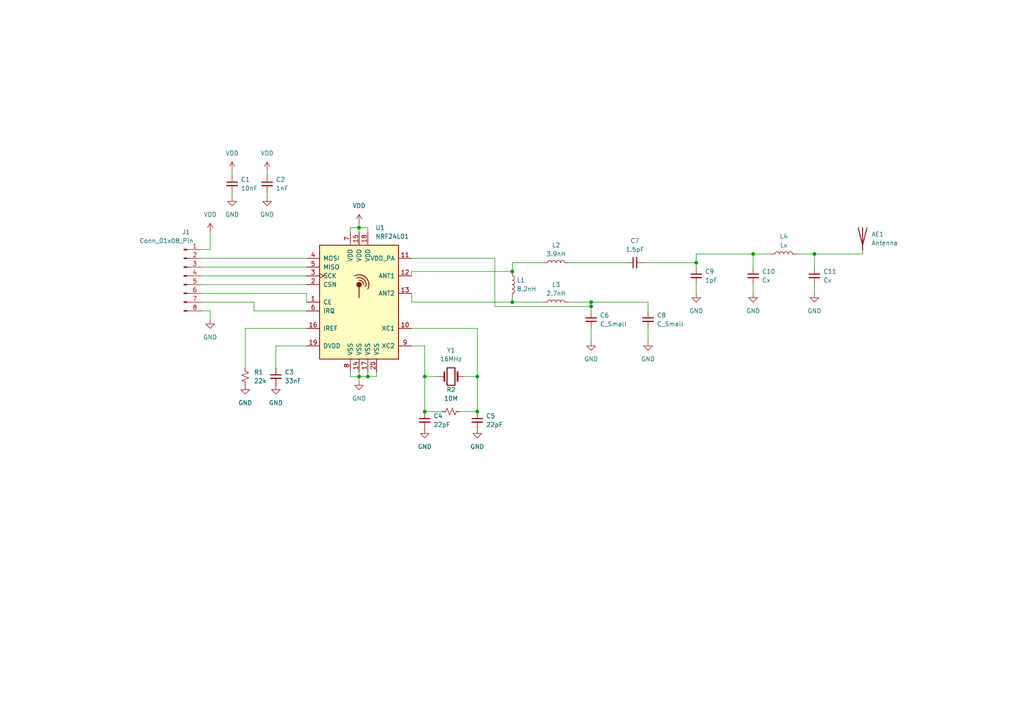
<source format=kicad_sch>
(kicad_sch (version 20230121) (generator eeschema)

  (uuid 26e9508e-9c41-4ef2-be60-6dee76356efa)

  (paper "A4")

  (lib_symbols
    (symbol "Connector:Conn_01x08_Pin" (pin_names (offset 1.016) hide) (in_bom yes) (on_board yes)
      (property "Reference" "J" (at 0 10.16 0)
        (effects (font (size 1.27 1.27)))
      )
      (property "Value" "Conn_01x08_Pin" (at 0 -12.7 0)
        (effects (font (size 1.27 1.27)))
      )
      (property "Footprint" "" (at 0 0 0)
        (effects (font (size 1.27 1.27)) hide)
      )
      (property "Datasheet" "~" (at 0 0 0)
        (effects (font (size 1.27 1.27)) hide)
      )
      (property "ki_locked" "" (at 0 0 0)
        (effects (font (size 1.27 1.27)))
      )
      (property "ki_keywords" "connector" (at 0 0 0)
        (effects (font (size 1.27 1.27)) hide)
      )
      (property "ki_description" "Generic connector, single row, 01x08, script generated" (at 0 0 0)
        (effects (font (size 1.27 1.27)) hide)
      )
      (property "ki_fp_filters" "Connector*:*_1x??_*" (at 0 0 0)
        (effects (font (size 1.27 1.27)) hide)
      )
      (symbol "Conn_01x08_Pin_1_1"
        (polyline
          (pts
            (xy 1.27 -10.16)
            (xy 0.8636 -10.16)
          )
          (stroke (width 0.1524) (type default))
          (fill (type none))
        )
        (polyline
          (pts
            (xy 1.27 -7.62)
            (xy 0.8636 -7.62)
          )
          (stroke (width 0.1524) (type default))
          (fill (type none))
        )
        (polyline
          (pts
            (xy 1.27 -5.08)
            (xy 0.8636 -5.08)
          )
          (stroke (width 0.1524) (type default))
          (fill (type none))
        )
        (polyline
          (pts
            (xy 1.27 -2.54)
            (xy 0.8636 -2.54)
          )
          (stroke (width 0.1524) (type default))
          (fill (type none))
        )
        (polyline
          (pts
            (xy 1.27 0)
            (xy 0.8636 0)
          )
          (stroke (width 0.1524) (type default))
          (fill (type none))
        )
        (polyline
          (pts
            (xy 1.27 2.54)
            (xy 0.8636 2.54)
          )
          (stroke (width 0.1524) (type default))
          (fill (type none))
        )
        (polyline
          (pts
            (xy 1.27 5.08)
            (xy 0.8636 5.08)
          )
          (stroke (width 0.1524) (type default))
          (fill (type none))
        )
        (polyline
          (pts
            (xy 1.27 7.62)
            (xy 0.8636 7.62)
          )
          (stroke (width 0.1524) (type default))
          (fill (type none))
        )
        (rectangle (start 0.8636 -10.033) (end 0 -10.287)
          (stroke (width 0.1524) (type default))
          (fill (type outline))
        )
        (rectangle (start 0.8636 -7.493) (end 0 -7.747)
          (stroke (width 0.1524) (type default))
          (fill (type outline))
        )
        (rectangle (start 0.8636 -4.953) (end 0 -5.207)
          (stroke (width 0.1524) (type default))
          (fill (type outline))
        )
        (rectangle (start 0.8636 -2.413) (end 0 -2.667)
          (stroke (width 0.1524) (type default))
          (fill (type outline))
        )
        (rectangle (start 0.8636 0.127) (end 0 -0.127)
          (stroke (width 0.1524) (type default))
          (fill (type outline))
        )
        (rectangle (start 0.8636 2.667) (end 0 2.413)
          (stroke (width 0.1524) (type default))
          (fill (type outline))
        )
        (rectangle (start 0.8636 5.207) (end 0 4.953)
          (stroke (width 0.1524) (type default))
          (fill (type outline))
        )
        (rectangle (start 0.8636 7.747) (end 0 7.493)
          (stroke (width 0.1524) (type default))
          (fill (type outline))
        )
        (pin passive line (at 5.08 7.62 180) (length 3.81)
          (name "Pin_1" (effects (font (size 1.27 1.27))))
          (number "1" (effects (font (size 1.27 1.27))))
        )
        (pin passive line (at 5.08 5.08 180) (length 3.81)
          (name "Pin_2" (effects (font (size 1.27 1.27))))
          (number "2" (effects (font (size 1.27 1.27))))
        )
        (pin passive line (at 5.08 2.54 180) (length 3.81)
          (name "Pin_3" (effects (font (size 1.27 1.27))))
          (number "3" (effects (font (size 1.27 1.27))))
        )
        (pin passive line (at 5.08 0 180) (length 3.81)
          (name "Pin_4" (effects (font (size 1.27 1.27))))
          (number "4" (effects (font (size 1.27 1.27))))
        )
        (pin passive line (at 5.08 -2.54 180) (length 3.81)
          (name "Pin_5" (effects (font (size 1.27 1.27))))
          (number "5" (effects (font (size 1.27 1.27))))
        )
        (pin passive line (at 5.08 -5.08 180) (length 3.81)
          (name "Pin_6" (effects (font (size 1.27 1.27))))
          (number "6" (effects (font (size 1.27 1.27))))
        )
        (pin passive line (at 5.08 -7.62 180) (length 3.81)
          (name "Pin_7" (effects (font (size 1.27 1.27))))
          (number "7" (effects (font (size 1.27 1.27))))
        )
        (pin passive line (at 5.08 -10.16 180) (length 3.81)
          (name "Pin_8" (effects (font (size 1.27 1.27))))
          (number "8" (effects (font (size 1.27 1.27))))
        )
      )
    )
    (symbol "Device:Antenna" (pin_numbers hide) (pin_names (offset 1.016) hide) (in_bom yes) (on_board yes)
      (property "Reference" "AE" (at -1.905 1.905 0)
        (effects (font (size 1.27 1.27)) (justify right))
      )
      (property "Value" "Antenna" (at -1.905 0 0)
        (effects (font (size 1.27 1.27)) (justify right))
      )
      (property "Footprint" "" (at 0 0 0)
        (effects (font (size 1.27 1.27)) hide)
      )
      (property "Datasheet" "~" (at 0 0 0)
        (effects (font (size 1.27 1.27)) hide)
      )
      (property "ki_keywords" "antenna" (at 0 0 0)
        (effects (font (size 1.27 1.27)) hide)
      )
      (property "ki_description" "Antenna" (at 0 0 0)
        (effects (font (size 1.27 1.27)) hide)
      )
      (symbol "Antenna_0_1"
        (polyline
          (pts
            (xy 0 2.54)
            (xy 0 -3.81)
          )
          (stroke (width 0.254) (type default))
          (fill (type none))
        )
        (polyline
          (pts
            (xy 1.27 2.54)
            (xy 0 -2.54)
            (xy -1.27 2.54)
          )
          (stroke (width 0.254) (type default))
          (fill (type none))
        )
      )
      (symbol "Antenna_1_1"
        (pin input line (at 0 -5.08 90) (length 2.54)
          (name "A" (effects (font (size 1.27 1.27))))
          (number "1" (effects (font (size 1.27 1.27))))
        )
      )
    )
    (symbol "Device:C_Small" (pin_numbers hide) (pin_names (offset 0.254) hide) (in_bom yes) (on_board yes)
      (property "Reference" "C" (at 0.254 1.778 0)
        (effects (font (size 1.27 1.27)) (justify left))
      )
      (property "Value" "C_Small" (at 0.254 -2.032 0)
        (effects (font (size 1.27 1.27)) (justify left))
      )
      (property "Footprint" "" (at 0 0 0)
        (effects (font (size 1.27 1.27)) hide)
      )
      (property "Datasheet" "~" (at 0 0 0)
        (effects (font (size 1.27 1.27)) hide)
      )
      (property "ki_keywords" "capacitor cap" (at 0 0 0)
        (effects (font (size 1.27 1.27)) hide)
      )
      (property "ki_description" "Unpolarized capacitor, small symbol" (at 0 0 0)
        (effects (font (size 1.27 1.27)) hide)
      )
      (property "ki_fp_filters" "C_*" (at 0 0 0)
        (effects (font (size 1.27 1.27)) hide)
      )
      (symbol "C_Small_0_1"
        (polyline
          (pts
            (xy -1.524 -0.508)
            (xy 1.524 -0.508)
          )
          (stroke (width 0.3302) (type default))
          (fill (type none))
        )
        (polyline
          (pts
            (xy -1.524 0.508)
            (xy 1.524 0.508)
          )
          (stroke (width 0.3048) (type default))
          (fill (type none))
        )
      )
      (symbol "C_Small_1_1"
        (pin passive line (at 0 2.54 270) (length 2.032)
          (name "~" (effects (font (size 1.27 1.27))))
          (number "1" (effects (font (size 1.27 1.27))))
        )
        (pin passive line (at 0 -2.54 90) (length 2.032)
          (name "~" (effects (font (size 1.27 1.27))))
          (number "2" (effects (font (size 1.27 1.27))))
        )
      )
    )
    (symbol "Device:Crystal" (pin_numbers hide) (pin_names (offset 1.016) hide) (in_bom yes) (on_board yes)
      (property "Reference" "Y" (at 0 3.81 0)
        (effects (font (size 1.27 1.27)))
      )
      (property "Value" "Crystal" (at 0 -3.81 0)
        (effects (font (size 1.27 1.27)))
      )
      (property "Footprint" "" (at 0 0 0)
        (effects (font (size 1.27 1.27)) hide)
      )
      (property "Datasheet" "~" (at 0 0 0)
        (effects (font (size 1.27 1.27)) hide)
      )
      (property "ki_keywords" "quartz ceramic resonator oscillator" (at 0 0 0)
        (effects (font (size 1.27 1.27)) hide)
      )
      (property "ki_description" "Two pin crystal" (at 0 0 0)
        (effects (font (size 1.27 1.27)) hide)
      )
      (property "ki_fp_filters" "Crystal*" (at 0 0 0)
        (effects (font (size 1.27 1.27)) hide)
      )
      (symbol "Crystal_0_1"
        (rectangle (start -1.143 2.54) (end 1.143 -2.54)
          (stroke (width 0.3048) (type default))
          (fill (type none))
        )
        (polyline
          (pts
            (xy -2.54 0)
            (xy -1.905 0)
          )
          (stroke (width 0) (type default))
          (fill (type none))
        )
        (polyline
          (pts
            (xy -1.905 -1.27)
            (xy -1.905 1.27)
          )
          (stroke (width 0.508) (type default))
          (fill (type none))
        )
        (polyline
          (pts
            (xy 1.905 -1.27)
            (xy 1.905 1.27)
          )
          (stroke (width 0.508) (type default))
          (fill (type none))
        )
        (polyline
          (pts
            (xy 2.54 0)
            (xy 1.905 0)
          )
          (stroke (width 0) (type default))
          (fill (type none))
        )
      )
      (symbol "Crystal_1_1"
        (pin passive line (at -3.81 0 0) (length 1.27)
          (name "1" (effects (font (size 1.27 1.27))))
          (number "1" (effects (font (size 1.27 1.27))))
        )
        (pin passive line (at 3.81 0 180) (length 1.27)
          (name "2" (effects (font (size 1.27 1.27))))
          (number "2" (effects (font (size 1.27 1.27))))
        )
      )
    )
    (symbol "Device:L" (pin_numbers hide) (pin_names (offset 1.016) hide) (in_bom yes) (on_board yes)
      (property "Reference" "L" (at -1.27 0 90)
        (effects (font (size 1.27 1.27)))
      )
      (property "Value" "L" (at 1.905 0 90)
        (effects (font (size 1.27 1.27)))
      )
      (property "Footprint" "" (at 0 0 0)
        (effects (font (size 1.27 1.27)) hide)
      )
      (property "Datasheet" "~" (at 0 0 0)
        (effects (font (size 1.27 1.27)) hide)
      )
      (property "ki_keywords" "inductor choke coil reactor magnetic" (at 0 0 0)
        (effects (font (size 1.27 1.27)) hide)
      )
      (property "ki_description" "Inductor" (at 0 0 0)
        (effects (font (size 1.27 1.27)) hide)
      )
      (property "ki_fp_filters" "Choke_* *Coil* Inductor_* L_*" (at 0 0 0)
        (effects (font (size 1.27 1.27)) hide)
      )
      (symbol "L_0_1"
        (arc (start 0 -2.54) (mid 0.6323 -1.905) (end 0 -1.27)
          (stroke (width 0) (type default))
          (fill (type none))
        )
        (arc (start 0 -1.27) (mid 0.6323 -0.635) (end 0 0)
          (stroke (width 0) (type default))
          (fill (type none))
        )
        (arc (start 0 0) (mid 0.6323 0.635) (end 0 1.27)
          (stroke (width 0) (type default))
          (fill (type none))
        )
        (arc (start 0 1.27) (mid 0.6323 1.905) (end 0 2.54)
          (stroke (width 0) (type default))
          (fill (type none))
        )
      )
      (symbol "L_1_1"
        (pin passive line (at 0 3.81 270) (length 1.27)
          (name "1" (effects (font (size 1.27 1.27))))
          (number "1" (effects (font (size 1.27 1.27))))
        )
        (pin passive line (at 0 -3.81 90) (length 1.27)
          (name "2" (effects (font (size 1.27 1.27))))
          (number "2" (effects (font (size 1.27 1.27))))
        )
      )
    )
    (symbol "Device:R_Small_US" (pin_numbers hide) (pin_names (offset 0.254) hide) (in_bom yes) (on_board yes)
      (property "Reference" "R" (at 0.762 0.508 0)
        (effects (font (size 1.27 1.27)) (justify left))
      )
      (property "Value" "R_Small_US" (at 0.762 -1.016 0)
        (effects (font (size 1.27 1.27)) (justify left))
      )
      (property "Footprint" "" (at 0 0 0)
        (effects (font (size 1.27 1.27)) hide)
      )
      (property "Datasheet" "~" (at 0 0 0)
        (effects (font (size 1.27 1.27)) hide)
      )
      (property "ki_keywords" "r resistor" (at 0 0 0)
        (effects (font (size 1.27 1.27)) hide)
      )
      (property "ki_description" "Resistor, small US symbol" (at 0 0 0)
        (effects (font (size 1.27 1.27)) hide)
      )
      (property "ki_fp_filters" "R_*" (at 0 0 0)
        (effects (font (size 1.27 1.27)) hide)
      )
      (symbol "R_Small_US_1_1"
        (polyline
          (pts
            (xy 0 0)
            (xy 1.016 -0.381)
            (xy 0 -0.762)
            (xy -1.016 -1.143)
            (xy 0 -1.524)
          )
          (stroke (width 0) (type default))
          (fill (type none))
        )
        (polyline
          (pts
            (xy 0 1.524)
            (xy 1.016 1.143)
            (xy 0 0.762)
            (xy -1.016 0.381)
            (xy 0 0)
          )
          (stroke (width 0) (type default))
          (fill (type none))
        )
        (pin passive line (at 0 2.54 270) (length 1.016)
          (name "~" (effects (font (size 1.27 1.27))))
          (number "1" (effects (font (size 1.27 1.27))))
        )
        (pin passive line (at 0 -2.54 90) (length 1.016)
          (name "~" (effects (font (size 1.27 1.27))))
          (number "2" (effects (font (size 1.27 1.27))))
        )
      )
    )
    (symbol "RF:NRF24L01" (pin_names (offset 1.016)) (in_bom yes) (on_board yes)
      (property "Reference" "U" (at -11.43 17.78 0)
        (effects (font (size 1.27 1.27)) (justify left))
      )
      (property "Value" "NRF24L01" (at 5.08 17.78 0)
        (effects (font (size 1.27 1.27)) (justify left))
      )
      (property "Footprint" "Package_DFN_QFN:QFN-20-1EP_4x4mm_P0.5mm_EP2.5x2.5mm" (at 5.08 20.32 0)
        (effects (font (size 1.27 1.27) italic) (justify left) hide)
      )
      (property "Datasheet" "http://www.nordicsemi.com/eng/content/download/2730/34105/file/nRF24L01_Product_Specification_v2_0.pdf" (at 0 2.54 0)
        (effects (font (size 1.27 1.27)) hide)
      )
      (property "ki_keywords" "Low Power RF Transceiver" (at 0 0 0)
        (effects (font (size 1.27 1.27)) hide)
      )
      (property "ki_description" "Ultra low power 2.4GHz RF Transceiver, QFN-20" (at 0 0 0)
        (effects (font (size 1.27 1.27)) hide)
      )
      (property "ki_fp_filters" "QFN*4x4*0.5mm*" (at 0 0 0)
        (effects (font (size 1.27 1.27)) hide)
      )
      (symbol "NRF24L01_0_1"
        (rectangle (start -11.43 16.51) (end 11.43 -16.51)
          (stroke (width 0.254) (type default))
          (fill (type background))
        )
        (polyline
          (pts
            (xy 0 4.445)
            (xy 0 1.27)
          )
          (stroke (width 0.254) (type default))
          (fill (type none))
        )
        (circle (center 0 5.08) (radius 0.635)
          (stroke (width 0.254) (type default))
          (fill (type outline))
        )
        (arc (start 1.27 5.08) (mid 0.9071 5.9946) (end 0 6.35)
          (stroke (width 0.254) (type default))
          (fill (type none))
        )
        (arc (start 1.905 4.445) (mid 1.4313 6.5254) (end -0.635 6.985)
          (stroke (width 0.254) (type default))
          (fill (type none))
        )
        (arc (start 2.54 3.81) (mid 2.008 7.088) (end -1.27 7.62)
          (stroke (width 0.254) (type default))
          (fill (type none))
        )
        (rectangle (start 11.43 -13.97) (end 11.43 -13.97)
          (stroke (width 0) (type default))
          (fill (type none))
        )
      )
      (symbol "NRF24L01_1_1"
        (pin input line (at -15.24 0 0) (length 3.81)
          (name "CE" (effects (font (size 1.27 1.27))))
          (number "1" (effects (font (size 1.27 1.27))))
        )
        (pin passive line (at 15.24 -7.62 180) (length 3.81)
          (name "XC1" (effects (font (size 1.27 1.27))))
          (number "10" (effects (font (size 1.27 1.27))))
        )
        (pin power_out line (at 15.24 12.7 180) (length 3.81)
          (name "VDD_PA" (effects (font (size 1.27 1.27))))
          (number "11" (effects (font (size 1.27 1.27))))
        )
        (pin passive line (at 15.24 7.62 180) (length 3.81)
          (name "ANT1" (effects (font (size 1.27 1.27))))
          (number "12" (effects (font (size 1.27 1.27))))
        )
        (pin passive line (at 15.24 2.54 180) (length 3.81)
          (name "ANT2" (effects (font (size 1.27 1.27))))
          (number "13" (effects (font (size 1.27 1.27))))
        )
        (pin power_in line (at 0 -20.32 90) (length 3.81)
          (name "VSS" (effects (font (size 1.27 1.27))))
          (number "14" (effects (font (size 1.27 1.27))))
        )
        (pin power_in line (at 0 20.32 270) (length 3.81)
          (name "VDD" (effects (font (size 1.27 1.27))))
          (number "15" (effects (font (size 1.27 1.27))))
        )
        (pin passive line (at -15.24 -7.62 0) (length 3.81)
          (name "IREF" (effects (font (size 1.27 1.27))))
          (number "16" (effects (font (size 1.27 1.27))))
        )
        (pin power_in line (at 2.54 -20.32 90) (length 3.81)
          (name "VSS" (effects (font (size 1.27 1.27))))
          (number "17" (effects (font (size 1.27 1.27))))
        )
        (pin power_in line (at 2.54 20.32 270) (length 3.81)
          (name "VDD" (effects (font (size 1.27 1.27))))
          (number "18" (effects (font (size 1.27 1.27))))
        )
        (pin power_out line (at -15.24 -12.7 0) (length 3.81)
          (name "DVDD" (effects (font (size 1.27 1.27))))
          (number "19" (effects (font (size 1.27 1.27))))
        )
        (pin input line (at -15.24 5.08 0) (length 3.81)
          (name "CSN" (effects (font (size 1.27 1.27))))
          (number "2" (effects (font (size 1.27 1.27))))
        )
        (pin power_in line (at 5.08 -20.32 90) (length 3.81)
          (name "VSS" (effects (font (size 1.27 1.27))))
          (number "20" (effects (font (size 1.27 1.27))))
        )
        (pin input clock (at -15.24 7.62 0) (length 3.81)
          (name "SCK" (effects (font (size 1.27 1.27))))
          (number "3" (effects (font (size 1.27 1.27))))
        )
        (pin input line (at -15.24 12.7 0) (length 3.81)
          (name "MOSI" (effects (font (size 1.27 1.27))))
          (number "4" (effects (font (size 1.27 1.27))))
        )
        (pin output line (at -15.24 10.16 0) (length 3.81)
          (name "MISO" (effects (font (size 1.27 1.27))))
          (number "5" (effects (font (size 1.27 1.27))))
        )
        (pin output line (at -15.24 -2.54 0) (length 3.81)
          (name "IRQ" (effects (font (size 1.27 1.27))))
          (number "6" (effects (font (size 1.27 1.27))))
        )
        (pin power_in line (at -2.54 20.32 270) (length 3.81)
          (name "VDD" (effects (font (size 1.27 1.27))))
          (number "7" (effects (font (size 1.27 1.27))))
        )
        (pin power_in line (at -2.54 -20.32 90) (length 3.81)
          (name "VSS" (effects (font (size 1.27 1.27))))
          (number "8" (effects (font (size 1.27 1.27))))
        )
        (pin passive line (at 15.24 -12.7 180) (length 3.81)
          (name "XC2" (effects (font (size 1.27 1.27))))
          (number "9" (effects (font (size 1.27 1.27))))
        )
      )
    )
    (symbol "power:GND" (power) (pin_names (offset 0)) (in_bom yes) (on_board yes)
      (property "Reference" "#PWR" (at 0 -6.35 0)
        (effects (font (size 1.27 1.27)) hide)
      )
      (property "Value" "GND" (at 0 -3.81 0)
        (effects (font (size 1.27 1.27)))
      )
      (property "Footprint" "" (at 0 0 0)
        (effects (font (size 1.27 1.27)) hide)
      )
      (property "Datasheet" "" (at 0 0 0)
        (effects (font (size 1.27 1.27)) hide)
      )
      (property "ki_keywords" "global power" (at 0 0 0)
        (effects (font (size 1.27 1.27)) hide)
      )
      (property "ki_description" "Power symbol creates a global label with name \"GND\" , ground" (at 0 0 0)
        (effects (font (size 1.27 1.27)) hide)
      )
      (symbol "GND_0_1"
        (polyline
          (pts
            (xy 0 0)
            (xy 0 -1.27)
            (xy 1.27 -1.27)
            (xy 0 -2.54)
            (xy -1.27 -1.27)
            (xy 0 -1.27)
          )
          (stroke (width 0) (type default))
          (fill (type none))
        )
      )
      (symbol "GND_1_1"
        (pin power_in line (at 0 0 270) (length 0) hide
          (name "GND" (effects (font (size 1.27 1.27))))
          (number "1" (effects (font (size 1.27 1.27))))
        )
      )
    )
    (symbol "power:VDD" (power) (pin_names (offset 0)) (in_bom yes) (on_board yes)
      (property "Reference" "#PWR" (at 0 -3.81 0)
        (effects (font (size 1.27 1.27)) hide)
      )
      (property "Value" "VDD" (at 0 3.81 0)
        (effects (font (size 1.27 1.27)))
      )
      (property "Footprint" "" (at 0 0 0)
        (effects (font (size 1.27 1.27)) hide)
      )
      (property "Datasheet" "" (at 0 0 0)
        (effects (font (size 1.27 1.27)) hide)
      )
      (property "ki_keywords" "global power" (at 0 0 0)
        (effects (font (size 1.27 1.27)) hide)
      )
      (property "ki_description" "Power symbol creates a global label with name \"VDD\"" (at 0 0 0)
        (effects (font (size 1.27 1.27)) hide)
      )
      (symbol "VDD_0_1"
        (polyline
          (pts
            (xy -0.762 1.27)
            (xy 0 2.54)
          )
          (stroke (width 0) (type default))
          (fill (type none))
        )
        (polyline
          (pts
            (xy 0 0)
            (xy 0 2.54)
          )
          (stroke (width 0) (type default))
          (fill (type none))
        )
        (polyline
          (pts
            (xy 0 2.54)
            (xy 0.762 1.27)
          )
          (stroke (width 0) (type default))
          (fill (type none))
        )
      )
      (symbol "VDD_1_1"
        (pin power_in line (at 0 0 90) (length 0) hide
          (name "VDD" (effects (font (size 1.27 1.27))))
          (number "1" (effects (font (size 1.27 1.27))))
        )
      )
    )
  )

  (junction (at 148.59 87.63) (diameter 0) (color 0 0 0 0)
    (uuid 1775f43a-1e53-4abc-9dd1-efd11d7b6388)
  )
  (junction (at 148.59 78.74) (diameter 0) (color 0 0 0 0)
    (uuid 335fea34-baea-45e9-9273-43fc8bf61c69)
  )
  (junction (at 218.44 73.66) (diameter 0) (color 0 0 0 0)
    (uuid 34cb7a40-a5ef-4418-840c-8c2c89fa4f2f)
  )
  (junction (at 201.93 76.2) (diameter 0) (color 0 0 0 0)
    (uuid 3e766530-d27a-4c20-b9c8-d072fe1789a4)
  )
  (junction (at 171.45 87.63) (diameter 0) (color 0 0 0 0)
    (uuid 45187359-d471-4d0b-8017-68ccf4e423e5)
  )
  (junction (at 171.45 88.9) (diameter 0) (color 0 0 0 0)
    (uuid 49ed7358-f46d-4355-a958-9ad9948e400b)
  )
  (junction (at 123.19 119.38) (diameter 0) (color 0 0 0 0)
    (uuid 7c0b8147-3904-4d1c-92cc-2a3ca62f2de5)
  )
  (junction (at 104.14 66.04) (diameter 0) (color 0 0 0 0)
    (uuid 81c5bb48-7c97-4a98-8ea3-13624dfeff0b)
  )
  (junction (at 236.22 73.66) (diameter 0) (color 0 0 0 0)
    (uuid 89cf25f8-712a-4b01-acd6-e6bd45404bd3)
  )
  (junction (at 104.14 109.22) (diameter 0) (color 0 0 0 0)
    (uuid be115d0c-346f-4b79-828c-d4a49aa66bda)
  )
  (junction (at 123.19 109.22) (diameter 0) (color 0 0 0 0)
    (uuid c9b1a1cb-70fc-443f-bb9f-67cd69c281fd)
  )
  (junction (at 138.43 119.38) (diameter 0) (color 0 0 0 0)
    (uuid da7f87b3-361e-4e27-a874-9239e092edd3)
  )
  (junction (at 138.43 109.22) (diameter 0) (color 0 0 0 0)
    (uuid e69564e6-1767-4d95-8395-6909abed8324)
  )
  (junction (at 106.68 109.22) (diameter 0) (color 0 0 0 0)
    (uuid f5df6e3e-14b4-4f1c-9f54-33e9fc9aad75)
  )

  (wire (pts (xy 106.68 67.31) (xy 106.68 66.04))
    (stroke (width 0) (type default))
    (uuid 009ae7c4-63de-4a1e-8eda-f8d7cce71691)
  )
  (wire (pts (xy 58.42 72.39) (xy 60.96 72.39))
    (stroke (width 0) (type default))
    (uuid 089984e2-67e3-4dfa-bc05-e09a2eca9b3f)
  )
  (wire (pts (xy 101.6 109.22) (xy 104.14 109.22))
    (stroke (width 0) (type default))
    (uuid 08aa783f-01fb-4874-b44e-b99bb343e362)
  )
  (wire (pts (xy 133.35 119.38) (xy 138.43 119.38))
    (stroke (width 0) (type default))
    (uuid 091bd649-491f-416b-8c00-2f7d70728f4b)
  )
  (wire (pts (xy 187.96 90.17) (xy 187.96 87.63))
    (stroke (width 0) (type default))
    (uuid 0c507f50-0a70-42d3-bde5-13f075312d7b)
  )
  (wire (pts (xy 58.42 77.47) (xy 88.9 77.47))
    (stroke (width 0) (type default))
    (uuid 0d8a9b29-dd6d-4a98-8863-ea827f231bda)
  )
  (wire (pts (xy 60.96 92.71) (xy 60.96 90.17))
    (stroke (width 0) (type default))
    (uuid 0da60633-0e38-4e7f-86ef-c6483e7204c3)
  )
  (wire (pts (xy 201.93 73.66) (xy 218.44 73.66))
    (stroke (width 0) (type default))
    (uuid 0dc7257a-1b70-4603-8c5b-52e664b241e9)
  )
  (wire (pts (xy 71.12 95.25) (xy 71.12 106.68))
    (stroke (width 0) (type default))
    (uuid 150d4209-495f-4b55-94b1-f785e1c64662)
  )
  (wire (pts (xy 119.38 87.63) (xy 148.59 87.63))
    (stroke (width 0) (type default))
    (uuid 1603a0fc-c490-44f8-ba03-81f5003b16af)
  )
  (wire (pts (xy 138.43 109.22) (xy 138.43 119.38))
    (stroke (width 0) (type default))
    (uuid 20b4ef7b-943f-41f2-ad0d-577988cf93c3)
  )
  (wire (pts (xy 58.42 74.93) (xy 88.9 74.93))
    (stroke (width 0) (type default))
    (uuid 20de52aa-0dd3-47f5-bb00-6d41e43faa35)
  )
  (wire (pts (xy 67.31 49.53) (xy 67.31 50.8))
    (stroke (width 0) (type default))
    (uuid 21c0bdf5-f8cb-4b32-9c31-2c257fa9cbed)
  )
  (wire (pts (xy 138.43 95.25) (xy 138.43 109.22))
    (stroke (width 0) (type default))
    (uuid 21e2ddd1-37f1-4256-becc-94cda2f3f368)
  )
  (wire (pts (xy 123.19 109.22) (xy 127 109.22))
    (stroke (width 0) (type default))
    (uuid 25cc0f2d-8a1c-45c7-9d6a-28adcdca41e1)
  )
  (wire (pts (xy 201.93 73.66) (xy 201.93 76.2))
    (stroke (width 0) (type default))
    (uuid 3092c27b-057d-4f99-9ea8-dc8deb1a6360)
  )
  (wire (pts (xy 60.96 90.17) (xy 58.42 90.17))
    (stroke (width 0) (type default))
    (uuid 312ddbe1-bd7c-4d8d-863b-944d54c66e1a)
  )
  (wire (pts (xy 106.68 109.22) (xy 109.22 109.22))
    (stroke (width 0) (type default))
    (uuid 3bd98e49-64f3-4878-96c1-5d545f177f1f)
  )
  (wire (pts (xy 101.6 67.31) (xy 101.6 66.04))
    (stroke (width 0) (type default))
    (uuid 3f21c180-a405-4594-9708-56ec8dac87c4)
  )
  (wire (pts (xy 119.38 95.25) (xy 138.43 95.25))
    (stroke (width 0) (type default))
    (uuid 414201df-12bd-4824-a553-5ca1b3c29b8c)
  )
  (wire (pts (xy 236.22 73.66) (xy 231.14 73.66))
    (stroke (width 0) (type default))
    (uuid 4191445e-a5f2-4702-817a-bf5e7fdbca1a)
  )
  (wire (pts (xy 88.9 100.33) (xy 80.01 100.33))
    (stroke (width 0) (type default))
    (uuid 44c24f16-0304-4fd3-b679-7eb4ffe9b8f6)
  )
  (wire (pts (xy 171.45 88.9) (xy 171.45 90.17))
    (stroke (width 0) (type default))
    (uuid 4b21f903-7d97-450a-bb52-836da953e4bb)
  )
  (wire (pts (xy 101.6 107.95) (xy 101.6 109.22))
    (stroke (width 0) (type default))
    (uuid 4d71038d-909d-4286-9b9d-cd0edb72f0cd)
  )
  (wire (pts (xy 157.48 87.63) (xy 148.59 87.63))
    (stroke (width 0) (type default))
    (uuid 4f68bc96-4e11-45c9-8ce6-9328c65f43ea)
  )
  (wire (pts (xy 104.14 66.04) (xy 104.14 67.31))
    (stroke (width 0) (type default))
    (uuid 53b0bdf9-ad30-472d-88eb-50bb243ab504)
  )
  (wire (pts (xy 109.22 109.22) (xy 109.22 107.95))
    (stroke (width 0) (type default))
    (uuid 5908665c-e4fe-44dd-8c13-d4ea9f56908a)
  )
  (wire (pts (xy 119.38 78.74) (xy 148.59 78.74))
    (stroke (width 0) (type default))
    (uuid 5d52d6e0-1423-4d0c-a23f-5fba5e7f3b55)
  )
  (wire (pts (xy 73.66 90.17) (xy 73.66 87.63))
    (stroke (width 0) (type default))
    (uuid 614d3302-62bf-477d-adf9-f3facbf7c76e)
  )
  (wire (pts (xy 77.47 49.53) (xy 77.47 50.8))
    (stroke (width 0) (type default))
    (uuid 65277683-6903-46a5-9157-d69073a7da1b)
  )
  (wire (pts (xy 123.19 100.33) (xy 123.19 109.22))
    (stroke (width 0) (type default))
    (uuid 65384dc8-14da-4709-876f-fba610503b09)
  )
  (wire (pts (xy 80.01 100.33) (xy 80.01 106.68))
    (stroke (width 0) (type default))
    (uuid 659db999-e851-48c2-b6c5-d9b38f714016)
  )
  (wire (pts (xy 187.96 87.63) (xy 171.45 87.63))
    (stroke (width 0) (type default))
    (uuid 65b4d4b2-3c71-4ab7-8e05-ccfff9f7ed3c)
  )
  (wire (pts (xy 201.93 85.09) (xy 201.93 82.55))
    (stroke (width 0) (type default))
    (uuid 6b8d3784-c3fa-416d-b729-5aa2cb4572c9)
  )
  (wire (pts (xy 201.93 76.2) (xy 201.93 77.47))
    (stroke (width 0) (type default))
    (uuid 6d43f00d-c17f-4286-bbe9-3bd8d097ac1b)
  )
  (wire (pts (xy 73.66 87.63) (xy 58.42 87.63))
    (stroke (width 0) (type default))
    (uuid 77027049-d6ec-4f05-b911-d891cf8607f0)
  )
  (wire (pts (xy 123.19 109.22) (xy 123.19 119.38))
    (stroke (width 0) (type default))
    (uuid 7810401c-2390-4416-8d07-45677a2ac9f7)
  )
  (wire (pts (xy 119.38 80.01) (xy 119.38 78.74))
    (stroke (width 0) (type default))
    (uuid 783dc13d-e739-4db3-b2ba-a3d342a126ab)
  )
  (wire (pts (xy 236.22 73.66) (xy 250.19 73.66))
    (stroke (width 0) (type default))
    (uuid 7c93fc9d-2ebe-4200-9393-d9cf28681d20)
  )
  (wire (pts (xy 143.51 88.9) (xy 171.45 88.9))
    (stroke (width 0) (type default))
    (uuid 806fa668-b840-4452-ac75-59dfa374dd54)
  )
  (wire (pts (xy 148.59 87.63) (xy 148.59 86.36))
    (stroke (width 0) (type default))
    (uuid 8275eadb-30da-4c60-ba05-6a84f6eb9563)
  )
  (wire (pts (xy 67.31 55.88) (xy 67.31 57.15))
    (stroke (width 0) (type default))
    (uuid 8a464b2a-6a65-4546-a91b-8169c473ff6c)
  )
  (wire (pts (xy 88.9 90.17) (xy 73.66 90.17))
    (stroke (width 0) (type default))
    (uuid 8a540e62-ff98-45af-bf50-25697014ad40)
  )
  (wire (pts (xy 60.96 72.39) (xy 60.96 67.31))
    (stroke (width 0) (type default))
    (uuid 8c024947-0b4a-453a-989b-bcdfb7a5d815)
  )
  (wire (pts (xy 119.38 85.09) (xy 119.38 87.63))
    (stroke (width 0) (type default))
    (uuid 8ef6f646-a22c-409d-82be-f0035cb8ef3e)
  )
  (wire (pts (xy 218.44 82.55) (xy 218.44 85.09))
    (stroke (width 0) (type default))
    (uuid 8f24a208-8674-44bc-9cbb-822a7f9aefee)
  )
  (wire (pts (xy 119.38 100.33) (xy 123.19 100.33))
    (stroke (width 0) (type default))
    (uuid 8f2c53ad-e563-49c7-a8b3-d7695be3df27)
  )
  (wire (pts (xy 171.45 87.63) (xy 171.45 88.9))
    (stroke (width 0) (type default))
    (uuid 91e92246-7ecc-4d4b-907e-f222f5090583)
  )
  (wire (pts (xy 77.47 55.88) (xy 77.47 57.15))
    (stroke (width 0) (type default))
    (uuid 93ac94e0-ca0d-4ed8-adc6-21dcae205b0c)
  )
  (wire (pts (xy 123.19 119.38) (xy 128.27 119.38))
    (stroke (width 0) (type default))
    (uuid 96c3fa89-03b9-4747-bbd3-b4a9119e2a5a)
  )
  (wire (pts (xy 171.45 99.06) (xy 171.45 95.25))
    (stroke (width 0) (type default))
    (uuid 99d24198-3fc9-4821-b735-d9d5bf145b0c)
  )
  (wire (pts (xy 157.48 76.2) (xy 148.59 76.2))
    (stroke (width 0) (type default))
    (uuid 9bdcd4ff-a10b-47c5-94a3-974ad62cea1e)
  )
  (wire (pts (xy 119.38 74.93) (xy 143.51 74.93))
    (stroke (width 0) (type default))
    (uuid 9cf5a3f9-20da-4e06-bd50-49b74d435503)
  )
  (wire (pts (xy 143.51 74.93) (xy 143.51 88.9))
    (stroke (width 0) (type default))
    (uuid 9e27c101-0e40-416f-8fb4-584c1dc04570)
  )
  (wire (pts (xy 104.14 109.22) (xy 106.68 109.22))
    (stroke (width 0) (type default))
    (uuid 9fb1260c-d97b-4120-8e0e-61bbd1eb1c00)
  )
  (wire (pts (xy 236.22 77.47) (xy 236.22 73.66))
    (stroke (width 0) (type default))
    (uuid a73c338b-9118-44da-85dd-52405c793ae6)
  )
  (wire (pts (xy 236.22 82.55) (xy 236.22 85.09))
    (stroke (width 0) (type default))
    (uuid aa2b6b29-c078-4198-8ca1-0b6bb9aa66dc)
  )
  (wire (pts (xy 134.62 109.22) (xy 138.43 109.22))
    (stroke (width 0) (type default))
    (uuid ac2c23fb-f193-44e3-9770-8b7f168eafa5)
  )
  (wire (pts (xy 104.14 64.77) (xy 104.14 66.04))
    (stroke (width 0) (type default))
    (uuid b19f745f-4df8-40c7-afda-8ad0cd2374bb)
  )
  (wire (pts (xy 106.68 107.95) (xy 106.68 109.22))
    (stroke (width 0) (type default))
    (uuid b48e15cd-3617-4307-a86d-6c2fe15f0611)
  )
  (wire (pts (xy 186.69 76.2) (xy 201.93 76.2))
    (stroke (width 0) (type default))
    (uuid b6e6e29b-edc9-49c2-a675-638a78f2f673)
  )
  (wire (pts (xy 106.68 66.04) (xy 104.14 66.04))
    (stroke (width 0) (type default))
    (uuid b92603b8-ba23-4186-8719-eaec69669765)
  )
  (wire (pts (xy 165.1 87.63) (xy 171.45 87.63))
    (stroke (width 0) (type default))
    (uuid baea4b9e-e89e-479b-ac45-fe922a6f99cf)
  )
  (wire (pts (xy 218.44 73.66) (xy 218.44 77.47))
    (stroke (width 0) (type default))
    (uuid c80d58c6-b415-47f2-8dfc-554545fd3ee5)
  )
  (wire (pts (xy 101.6 66.04) (xy 104.14 66.04))
    (stroke (width 0) (type default))
    (uuid ce5d02c5-9781-45f9-8088-085a963ca941)
  )
  (wire (pts (xy 88.9 95.25) (xy 71.12 95.25))
    (stroke (width 0) (type default))
    (uuid d0242975-a7ee-4222-953f-0f50feb9ff98)
  )
  (wire (pts (xy 104.14 107.95) (xy 104.14 109.22))
    (stroke (width 0) (type default))
    (uuid d4ddbc25-e58a-48aa-9e41-fb9c0084e77a)
  )
  (wire (pts (xy 88.9 87.63) (xy 88.9 85.09))
    (stroke (width 0) (type default))
    (uuid dc5d8dd5-d414-45de-a37f-f174eb6f6c88)
  )
  (wire (pts (xy 104.14 109.22) (xy 104.14 110.49))
    (stroke (width 0) (type default))
    (uuid dc9fcd37-916e-40cd-9be8-2bf57bad71ae)
  )
  (wire (pts (xy 218.44 73.66) (xy 223.52 73.66))
    (stroke (width 0) (type default))
    (uuid e81445fd-c6ff-4cb5-bd6f-c3aa4dbfe6f3)
  )
  (wire (pts (xy 187.96 99.06) (xy 187.96 95.25))
    (stroke (width 0) (type default))
    (uuid ecfcbf3a-fc6c-49a1-9a8f-f762d90611a4)
  )
  (wire (pts (xy 58.42 82.55) (xy 88.9 82.55))
    (stroke (width 0) (type default))
    (uuid ee84312d-f670-4eba-9a3f-378e615651d3)
  )
  (wire (pts (xy 88.9 85.09) (xy 58.42 85.09))
    (stroke (width 0) (type default))
    (uuid f19efd01-cf1c-467d-9e2f-76af2a5b8aa7)
  )
  (wire (pts (xy 165.1 76.2) (xy 181.61 76.2))
    (stroke (width 0) (type default))
    (uuid f41c980b-82f7-4071-acc7-c49f8d29e231)
  )
  (wire (pts (xy 58.42 80.01) (xy 88.9 80.01))
    (stroke (width 0) (type default))
    (uuid f4809b7b-01bd-4e84-8fcd-5965b4e4a267)
  )
  (wire (pts (xy 148.59 76.2) (xy 148.59 78.74))
    (stroke (width 0) (type default))
    (uuid fb9cbbe6-1c3c-474b-8faa-f7adb7277634)
  )

  (symbol (lib_id "Device:C_Small") (at 236.22 80.01 0) (unit 1)
    (in_bom yes) (on_board yes) (dnp no) (fields_autoplaced)
    (uuid 0051ba93-3a4e-4dbd-82c2-3f0d11faede2)
    (property "Reference" "C11" (at 238.76 78.7463 0)
      (effects (font (size 1.27 1.27)) (justify left))
    )
    (property "Value" "Cx" (at 238.76 81.2863 0)
      (effects (font (size 1.27 1.27)) (justify left))
    )
    (property "Footprint" "Capacitor_SMD:C_0402_1005Metric" (at 236.22 80.01 0)
      (effects (font (size 1.27 1.27)) hide)
    )
    (property "Datasheet" "~" (at 236.22 80.01 0)
      (effects (font (size 1.27 1.27)) hide)
    )
    (pin "2" (uuid 3b267cba-f5ac-43cf-b6f1-f23244c0eede))
    (pin "1" (uuid cb37b287-601d-480a-b548-e9c08898e967))
    (instances
      (project "Ejemplo KiCad LM"
        (path "/26e9508e-9c41-4ef2-be60-6dee76356efa"
          (reference "C11") (unit 1)
        )
      )
    )
  )

  (symbol (lib_id "power:GND") (at 60.96 92.71 0) (unit 1)
    (in_bom yes) (on_board yes) (dnp no) (fields_autoplaced)
    (uuid 00a15505-5848-4d80-9c6b-b029cd770944)
    (property "Reference" "#PWR02" (at 60.96 99.06 0)
      (effects (font (size 1.27 1.27)) hide)
    )
    (property "Value" "GND" (at 60.96 97.79 0)
      (effects (font (size 1.27 1.27)))
    )
    (property "Footprint" "" (at 60.96 92.71 0)
      (effects (font (size 1.27 1.27)) hide)
    )
    (property "Datasheet" "" (at 60.96 92.71 0)
      (effects (font (size 1.27 1.27)) hide)
    )
    (pin "1" (uuid e3d6d06a-3a99-4b5f-b34d-1fa29a6841df))
    (instances
      (project "Ejemplo KiCad LM"
        (path "/26e9508e-9c41-4ef2-be60-6dee76356efa"
          (reference "#PWR02") (unit 1)
        )
      )
    )
  )

  (symbol (lib_id "power:GND") (at 80.01 111.76 0) (unit 1)
    (in_bom yes) (on_board yes) (dnp no) (fields_autoplaced)
    (uuid 07cf48c2-a4e3-4d47-a0a9-d92518949e6f)
    (property "Reference" "#PWR08" (at 80.01 118.11 0)
      (effects (font (size 1.27 1.27)) hide)
    )
    (property "Value" "GND" (at 80.01 116.84 0)
      (effects (font (size 1.27 1.27)))
    )
    (property "Footprint" "" (at 80.01 111.76 0)
      (effects (font (size 1.27 1.27)) hide)
    )
    (property "Datasheet" "" (at 80.01 111.76 0)
      (effects (font (size 1.27 1.27)) hide)
    )
    (pin "1" (uuid eed14b66-fab9-4443-8c9c-d1b0377b7e26))
    (instances
      (project "Ejemplo KiCad LM"
        (path "/26e9508e-9c41-4ef2-be60-6dee76356efa"
          (reference "#PWR08") (unit 1)
        )
      )
    )
  )

  (symbol (lib_id "Device:C_Small") (at 201.93 80.01 0) (unit 1)
    (in_bom yes) (on_board yes) (dnp no) (fields_autoplaced)
    (uuid 09884b17-27ab-4d6d-b1e5-97b5da047eda)
    (property "Reference" "C9" (at 204.47 78.7463 0)
      (effects (font (size 1.27 1.27)) (justify left))
    )
    (property "Value" "1pF" (at 204.47 81.2863 0)
      (effects (font (size 1.27 1.27)) (justify left))
    )
    (property "Footprint" "Capacitor_SMD:C_0402_1005Metric" (at 201.93 80.01 0)
      (effects (font (size 1.27 1.27)) hide)
    )
    (property "Datasheet" "~" (at 201.93 80.01 0)
      (effects (font (size 1.27 1.27)) hide)
    )
    (pin "2" (uuid 53b41e3a-3831-4347-a99e-01e2726b3406))
    (pin "1" (uuid ff67a8ae-c1a6-4c5b-86c7-124f5038dc5f))
    (instances
      (project "Ejemplo KiCad LM"
        (path "/26e9508e-9c41-4ef2-be60-6dee76356efa"
          (reference "C9") (unit 1)
        )
      )
    )
  )

  (symbol (lib_id "power:VDD") (at 67.31 49.53 0) (unit 1)
    (in_bom yes) (on_board yes) (dnp no) (fields_autoplaced)
    (uuid 11efd3dd-a744-45b4-9dac-9a8e02846aa1)
    (property "Reference" "#PWR03" (at 67.31 53.34 0)
      (effects (font (size 1.27 1.27)) hide)
    )
    (property "Value" "VDD" (at 67.31 44.45 0)
      (effects (font (size 1.27 1.27)))
    )
    (property "Footprint" "" (at 67.31 49.53 0)
      (effects (font (size 1.27 1.27)) hide)
    )
    (property "Datasheet" "" (at 67.31 49.53 0)
      (effects (font (size 1.27 1.27)) hide)
    )
    (pin "1" (uuid b9ebf0a1-506c-4844-8471-41fe9057f739))
    (instances
      (project "Ejemplo KiCad LM"
        (path "/26e9508e-9c41-4ef2-be60-6dee76356efa"
          (reference "#PWR03") (unit 1)
        )
      )
    )
  )

  (symbol (lib_id "power:GND") (at 201.93 85.09 0) (unit 1)
    (in_bom yes) (on_board yes) (dnp no) (fields_autoplaced)
    (uuid 24f9950c-a732-4893-b557-9d7bc9b91f1f)
    (property "Reference" "#PWR015" (at 201.93 91.44 0)
      (effects (font (size 1.27 1.27)) hide)
    )
    (property "Value" "GND" (at 201.93 90.17 0)
      (effects (font (size 1.27 1.27)))
    )
    (property "Footprint" "" (at 201.93 85.09 0)
      (effects (font (size 1.27 1.27)) hide)
    )
    (property "Datasheet" "" (at 201.93 85.09 0)
      (effects (font (size 1.27 1.27)) hide)
    )
    (pin "1" (uuid 212f0617-8b26-4b84-b1bf-32343a1e3102))
    (instances
      (project "Ejemplo KiCad LM"
        (path "/26e9508e-9c41-4ef2-be60-6dee76356efa"
          (reference "#PWR015") (unit 1)
        )
      )
    )
  )

  (symbol (lib_id "power:GND") (at 236.22 85.09 0) (unit 1)
    (in_bom yes) (on_board yes) (dnp no) (fields_autoplaced)
    (uuid 26af676e-dcdc-42b1-8332-167cf7d997e0)
    (property "Reference" "#PWR017" (at 236.22 91.44 0)
      (effects (font (size 1.27 1.27)) hide)
    )
    (property "Value" "GND" (at 236.22 90.17 0)
      (effects (font (size 1.27 1.27)))
    )
    (property "Footprint" "" (at 236.22 85.09 0)
      (effects (font (size 1.27 1.27)) hide)
    )
    (property "Datasheet" "" (at 236.22 85.09 0)
      (effects (font (size 1.27 1.27)) hide)
    )
    (pin "1" (uuid de372610-7a3d-4ed2-ac29-4eb70359b237))
    (instances
      (project "Ejemplo KiCad LM"
        (path "/26e9508e-9c41-4ef2-be60-6dee76356efa"
          (reference "#PWR017") (unit 1)
        )
      )
    )
  )

  (symbol (lib_id "power:GND") (at 171.45 99.06 0) (unit 1)
    (in_bom yes) (on_board yes) (dnp no) (fields_autoplaced)
    (uuid 2711ba47-5630-4169-a22f-76920392450c)
    (property "Reference" "#PWR013" (at 171.45 105.41 0)
      (effects (font (size 1.27 1.27)) hide)
    )
    (property "Value" "GND" (at 171.45 104.14 0)
      (effects (font (size 1.27 1.27)))
    )
    (property "Footprint" "" (at 171.45 99.06 0)
      (effects (font (size 1.27 1.27)) hide)
    )
    (property "Datasheet" "" (at 171.45 99.06 0)
      (effects (font (size 1.27 1.27)) hide)
    )
    (pin "1" (uuid 656ab5a5-6531-41fc-a25b-3297c486defb))
    (instances
      (project "Ejemplo KiCad LM"
        (path "/26e9508e-9c41-4ef2-be60-6dee76356efa"
          (reference "#PWR013") (unit 1)
        )
      )
    )
  )

  (symbol (lib_id "power:GND") (at 187.96 99.06 0) (unit 1)
    (in_bom yes) (on_board yes) (dnp no) (fields_autoplaced)
    (uuid 2a07b566-92e2-4c90-87a6-61a60372bec0)
    (property "Reference" "#PWR014" (at 187.96 105.41 0)
      (effects (font (size 1.27 1.27)) hide)
    )
    (property "Value" "GND" (at 187.96 104.14 0)
      (effects (font (size 1.27 1.27)))
    )
    (property "Footprint" "" (at 187.96 99.06 0)
      (effects (font (size 1.27 1.27)) hide)
    )
    (property "Datasheet" "" (at 187.96 99.06 0)
      (effects (font (size 1.27 1.27)) hide)
    )
    (pin "1" (uuid 89301153-bbcf-4937-b3cc-2b5a05b93b76))
    (instances
      (project "Ejemplo KiCad LM"
        (path "/26e9508e-9c41-4ef2-be60-6dee76356efa"
          (reference "#PWR014") (unit 1)
        )
      )
    )
  )

  (symbol (lib_id "Device:R_Small_US") (at 71.12 109.22 0) (unit 1)
    (in_bom yes) (on_board yes) (dnp no) (fields_autoplaced)
    (uuid 2f677f48-28ad-4735-b30b-502e42312d24)
    (property "Reference" "R1" (at 73.66 107.95 0)
      (effects (font (size 1.27 1.27)) (justify left))
    )
    (property "Value" "22k" (at 73.66 110.49 0)
      (effects (font (size 1.27 1.27)) (justify left))
    )
    (property "Footprint" "Resistor_SMD:R_0402_1005Metric" (at 71.12 109.22 0)
      (effects (font (size 1.27 1.27)) hide)
    )
    (property "Datasheet" "~" (at 71.12 109.22 0)
      (effects (font (size 1.27 1.27)) hide)
    )
    (pin "2" (uuid de1c6b96-eeac-4350-8375-32725e6ae0bf))
    (pin "1" (uuid 5cdbc7c0-6407-47cb-aaa4-2cb2ccb80590))
    (instances
      (project "Ejemplo KiCad LM"
        (path "/26e9508e-9c41-4ef2-be60-6dee76356efa"
          (reference "R1") (unit 1)
        )
      )
    )
  )

  (symbol (lib_id "Device:C_Small") (at 218.44 80.01 0) (unit 1)
    (in_bom yes) (on_board yes) (dnp no) (fields_autoplaced)
    (uuid 31a5d11c-6b19-440e-930c-0b5032b44611)
    (property "Reference" "C10" (at 220.98 78.7463 0)
      (effects (font (size 1.27 1.27)) (justify left))
    )
    (property "Value" "Cx" (at 220.98 81.2863 0)
      (effects (font (size 1.27 1.27)) (justify left))
    )
    (property "Footprint" "Capacitor_SMD:C_0402_1005Metric" (at 218.44 80.01 0)
      (effects (font (size 1.27 1.27)) hide)
    )
    (property "Datasheet" "~" (at 218.44 80.01 0)
      (effects (font (size 1.27 1.27)) hide)
    )
    (pin "2" (uuid a63cd0c4-1632-41bf-9527-a692ec25b135))
    (pin "1" (uuid 5ad13a56-7362-48d9-8495-3685566e2897))
    (instances
      (project "Ejemplo KiCad LM"
        (path "/26e9508e-9c41-4ef2-be60-6dee76356efa"
          (reference "C10") (unit 1)
        )
      )
    )
  )

  (symbol (lib_id "Device:R_Small_US") (at 130.81 119.38 90) (unit 1)
    (in_bom yes) (on_board yes) (dnp no) (fields_autoplaced)
    (uuid 32bef0a7-9f91-41a4-bc45-1690c7be417f)
    (property "Reference" "R2" (at 130.81 113.03 90)
      (effects (font (size 1.27 1.27)))
    )
    (property "Value" "10M" (at 130.81 115.57 90)
      (effects (font (size 1.27 1.27)))
    )
    (property "Footprint" "Resistor_SMD:R_0402_1005Metric" (at 130.81 119.38 0)
      (effects (font (size 1.27 1.27)) hide)
    )
    (property "Datasheet" "~" (at 130.81 119.38 0)
      (effects (font (size 1.27 1.27)) hide)
    )
    (pin "2" (uuid d445c452-6d0e-4f29-ae7c-6481f64924c5))
    (pin "1" (uuid bc7bcc44-5980-4445-b35b-bcccb4768e5a))
    (instances
      (project "Ejemplo KiCad LM"
        (path "/26e9508e-9c41-4ef2-be60-6dee76356efa"
          (reference "R2") (unit 1)
        )
      )
    )
  )

  (symbol (lib_id "power:VDD") (at 104.14 64.77 0) (unit 1)
    (in_bom yes) (on_board yes) (dnp no) (fields_autoplaced)
    (uuid 3733f001-12bf-48ff-8e08-372065d592ba)
    (property "Reference" "#PWR09" (at 104.14 68.58 0)
      (effects (font (size 1.27 1.27)) hide)
    )
    (property "Value" "VDD" (at 104.14 59.69 0)
      (effects (font (size 1.27 1.27)))
    )
    (property "Footprint" "" (at 104.14 64.77 0)
      (effects (font (size 1.27 1.27)) hide)
    )
    (property "Datasheet" "" (at 104.14 64.77 0)
      (effects (font (size 1.27 1.27)) hide)
    )
    (pin "1" (uuid 4086f608-5247-4e4c-aaad-a3023d493695))
    (instances
      (project "Ejemplo KiCad LM"
        (path "/26e9508e-9c41-4ef2-be60-6dee76356efa"
          (reference "#PWR09") (unit 1)
        )
      )
    )
  )

  (symbol (lib_id "Device:C_Small") (at 67.31 53.34 0) (unit 1)
    (in_bom yes) (on_board yes) (dnp no) (fields_autoplaced)
    (uuid 38581b02-19ce-412f-93f2-39dee65a5f47)
    (property "Reference" "C1" (at 69.85 52.0763 0)
      (effects (font (size 1.27 1.27)) (justify left))
    )
    (property "Value" "10nF" (at 69.85 54.6163 0)
      (effects (font (size 1.27 1.27)) (justify left))
    )
    (property "Footprint" "Capacitor_SMD:C_0402_1005Metric" (at 67.31 53.34 0)
      (effects (font (size 1.27 1.27)) hide)
    )
    (property "Datasheet" "~" (at 67.31 53.34 0)
      (effects (font (size 1.27 1.27)) hide)
    )
    (pin "2" (uuid 6cac3e40-765e-4f52-9d6e-b3e9247a9888))
    (pin "1" (uuid 47679713-8c39-4feb-ae25-4e53d5287533))
    (instances
      (project "Ejemplo KiCad LM"
        (path "/26e9508e-9c41-4ef2-be60-6dee76356efa"
          (reference "C1") (unit 1)
        )
      )
    )
  )

  (symbol (lib_id "power:GND") (at 67.31 57.15 0) (unit 1)
    (in_bom yes) (on_board yes) (dnp no) (fields_autoplaced)
    (uuid 49ef80bc-8f36-4a83-a97f-45b5c988e55d)
    (property "Reference" "#PWR04" (at 67.31 63.5 0)
      (effects (font (size 1.27 1.27)) hide)
    )
    (property "Value" "GND" (at 67.31 62.23 0)
      (effects (font (size 1.27 1.27)))
    )
    (property "Footprint" "" (at 67.31 57.15 0)
      (effects (font (size 1.27 1.27)) hide)
    )
    (property "Datasheet" "" (at 67.31 57.15 0)
      (effects (font (size 1.27 1.27)) hide)
    )
    (pin "1" (uuid 77343d8a-bffa-4a0a-a57b-d9a0e1498613))
    (instances
      (project "Ejemplo KiCad LM"
        (path "/26e9508e-9c41-4ef2-be60-6dee76356efa"
          (reference "#PWR04") (unit 1)
        )
      )
    )
  )

  (symbol (lib_id "Device:L") (at 148.59 82.55 0) (unit 1)
    (in_bom yes) (on_board yes) (dnp no) (fields_autoplaced)
    (uuid 4d087f80-0e1f-4b45-8206-24c1e5453c6f)
    (property "Reference" "L1" (at 149.86 81.28 0)
      (effects (font (size 1.27 1.27)) (justify left))
    )
    (property "Value" "8.2nH" (at 149.86 83.82 0)
      (effects (font (size 1.27 1.27)) (justify left))
    )
    (property "Footprint" "Inductor_SMD:L_0402_1005Metric" (at 148.59 82.55 0)
      (effects (font (size 1.27 1.27)) hide)
    )
    (property "Datasheet" "~" (at 148.59 82.55 0)
      (effects (font (size 1.27 1.27)) hide)
    )
    (pin "2" (uuid d1b390b7-e211-4afc-ae65-26040274d224))
    (pin "1" (uuid 3ea02df0-5760-4fc5-9bb3-4cdc0341354c))
    (instances
      (project "Ejemplo KiCad LM"
        (path "/26e9508e-9c41-4ef2-be60-6dee76356efa"
          (reference "L1") (unit 1)
        )
      )
    )
  )

  (symbol (lib_id "power:GND") (at 104.14 110.49 0) (unit 1)
    (in_bom yes) (on_board yes) (dnp no) (fields_autoplaced)
    (uuid 5807739f-be6b-4a29-b952-afb828c401e3)
    (property "Reference" "#PWR010" (at 104.14 116.84 0)
      (effects (font (size 1.27 1.27)) hide)
    )
    (property "Value" "GND" (at 104.14 115.57 0)
      (effects (font (size 1.27 1.27)))
    )
    (property "Footprint" "" (at 104.14 110.49 0)
      (effects (font (size 1.27 1.27)) hide)
    )
    (property "Datasheet" "" (at 104.14 110.49 0)
      (effects (font (size 1.27 1.27)) hide)
    )
    (pin "1" (uuid bb8c5671-7eea-4cdd-948f-1c2cca47a4bf))
    (instances
      (project "Ejemplo KiCad LM"
        (path "/26e9508e-9c41-4ef2-be60-6dee76356efa"
          (reference "#PWR010") (unit 1)
        )
      )
    )
  )

  (symbol (lib_id "Device:C_Small") (at 80.01 109.22 0) (unit 1)
    (in_bom yes) (on_board yes) (dnp no) (fields_autoplaced)
    (uuid 707a0cd3-11f8-492c-93b7-d2e5d2948eb6)
    (property "Reference" "C3" (at 82.55 107.9563 0)
      (effects (font (size 1.27 1.27)) (justify left))
    )
    (property "Value" "33nF" (at 82.55 110.4963 0)
      (effects (font (size 1.27 1.27)) (justify left))
    )
    (property "Footprint" "Capacitor_SMD:C_0402_1005Metric" (at 80.01 109.22 0)
      (effects (font (size 1.27 1.27)) hide)
    )
    (property "Datasheet" "~" (at 80.01 109.22 0)
      (effects (font (size 1.27 1.27)) hide)
    )
    (pin "2" (uuid 20b7cb15-feb9-4bfc-aa64-fc79cd130849))
    (pin "1" (uuid cb046ace-5792-4f1d-9a9f-3ded83c743e2))
    (instances
      (project "Ejemplo KiCad LM"
        (path "/26e9508e-9c41-4ef2-be60-6dee76356efa"
          (reference "C3") (unit 1)
        )
      )
    )
  )

  (symbol (lib_id "Device:L") (at 227.33 73.66 90) (unit 1)
    (in_bom yes) (on_board yes) (dnp no) (fields_autoplaced)
    (uuid 70c177ef-73c5-4646-b07d-9ab64d453202)
    (property "Reference" "L4" (at 227.33 68.58 90)
      (effects (font (size 1.27 1.27)))
    )
    (property "Value" "Lx" (at 227.33 71.12 90)
      (effects (font (size 1.27 1.27)))
    )
    (property "Footprint" "Inductor_SMD:L_0402_1005Metric" (at 227.33 73.66 0)
      (effects (font (size 1.27 1.27)) hide)
    )
    (property "Datasheet" "~" (at 227.33 73.66 0)
      (effects (font (size 1.27 1.27)) hide)
    )
    (pin "2" (uuid fc0a7beb-93f6-41df-9724-ecede91d8757))
    (pin "1" (uuid 6c39383c-91be-40ee-ade7-b6e3f3f9e798))
    (instances
      (project "Ejemplo KiCad LM"
        (path "/26e9508e-9c41-4ef2-be60-6dee76356efa"
          (reference "L4") (unit 1)
        )
      )
    )
  )

  (symbol (lib_id "Device:Crystal") (at 130.81 109.22 0) (unit 1)
    (in_bom yes) (on_board yes) (dnp no) (fields_autoplaced)
    (uuid 75407d96-1bd5-4e8d-a3ce-b601ce9608d4)
    (property "Reference" "Y1" (at 130.81 101.6 0)
      (effects (font (size 1.27 1.27)))
    )
    (property "Value" "16MHz" (at 130.81 104.14 0)
      (effects (font (size 1.27 1.27)))
    )
    (property "Footprint" "Crystal:Crystal_SMD_3215-2Pin_3.2x1.5mm" (at 130.81 109.22 0)
      (effects (font (size 1.27 1.27)) hide)
    )
    (property "Datasheet" "~" (at 130.81 109.22 0)
      (effects (font (size 1.27 1.27)) hide)
    )
    (pin "2" (uuid bee8d95a-fc42-4030-9d19-22c4474f4f9a))
    (pin "1" (uuid 0c671541-035b-4873-9dec-ee29e27a100e))
    (instances
      (project "Ejemplo KiCad LM"
        (path "/26e9508e-9c41-4ef2-be60-6dee76356efa"
          (reference "Y1") (unit 1)
        )
      )
    )
  )

  (symbol (lib_id "Device:C_Small") (at 184.15 76.2 90) (unit 1)
    (in_bom yes) (on_board yes) (dnp no) (fields_autoplaced)
    (uuid 78364601-5eef-4d67-9185-7d9353411f4a)
    (property "Reference" "C7" (at 184.1563 69.85 90)
      (effects (font (size 1.27 1.27)))
    )
    (property "Value" "1.5pF" (at 184.1563 72.39 90)
      (effects (font (size 1.27 1.27)))
    )
    (property "Footprint" "Capacitor_SMD:C_0402_1005Metric" (at 184.15 76.2 0)
      (effects (font (size 1.27 1.27)) hide)
    )
    (property "Datasheet" "~" (at 184.15 76.2 0)
      (effects (font (size 1.27 1.27)) hide)
    )
    (pin "2" (uuid e0caf2b2-61f3-4848-a1b2-2605d0345db1))
    (pin "1" (uuid 8ccfaf83-7d31-464f-b8b9-c314b3ac8bc1))
    (instances
      (project "Ejemplo KiCad LM"
        (path "/26e9508e-9c41-4ef2-be60-6dee76356efa"
          (reference "C7") (unit 1)
        )
      )
    )
  )

  (symbol (lib_id "power:VDD") (at 77.47 49.53 0) (unit 1)
    (in_bom yes) (on_board yes) (dnp no) (fields_autoplaced)
    (uuid 84352f6a-fe7e-4ca8-aee1-4c04eb3dc633)
    (property "Reference" "#PWR06" (at 77.47 53.34 0)
      (effects (font (size 1.27 1.27)) hide)
    )
    (property "Value" "VDD" (at 77.47 44.45 0)
      (effects (font (size 1.27 1.27)))
    )
    (property "Footprint" "" (at 77.47 49.53 0)
      (effects (font (size 1.27 1.27)) hide)
    )
    (property "Datasheet" "" (at 77.47 49.53 0)
      (effects (font (size 1.27 1.27)) hide)
    )
    (pin "1" (uuid bb9517ad-2437-441f-aab7-bb7cedd886e1))
    (instances
      (project "Ejemplo KiCad LM"
        (path "/26e9508e-9c41-4ef2-be60-6dee76356efa"
          (reference "#PWR06") (unit 1)
        )
      )
    )
  )

  (symbol (lib_id "power:GND") (at 77.47 57.15 0) (unit 1)
    (in_bom yes) (on_board yes) (dnp no) (fields_autoplaced)
    (uuid 8cdf7661-1d91-466f-8774-147afc7a4bd3)
    (property "Reference" "#PWR07" (at 77.47 63.5 0)
      (effects (font (size 1.27 1.27)) hide)
    )
    (property "Value" "GND" (at 77.47 62.23 0)
      (effects (font (size 1.27 1.27)))
    )
    (property "Footprint" "" (at 77.47 57.15 0)
      (effects (font (size 1.27 1.27)) hide)
    )
    (property "Datasheet" "" (at 77.47 57.15 0)
      (effects (font (size 1.27 1.27)) hide)
    )
    (pin "1" (uuid c3ca8916-70e4-4158-be14-a812c96cfe97))
    (instances
      (project "Ejemplo KiCad LM"
        (path "/26e9508e-9c41-4ef2-be60-6dee76356efa"
          (reference "#PWR07") (unit 1)
        )
      )
    )
  )

  (symbol (lib_id "power:GND") (at 123.19 124.46 0) (unit 1)
    (in_bom yes) (on_board yes) (dnp no) (fields_autoplaced)
    (uuid 8e61fdb4-cf8d-4257-841e-3119b9cb7156)
    (property "Reference" "#PWR011" (at 123.19 130.81 0)
      (effects (font (size 1.27 1.27)) hide)
    )
    (property "Value" "GND" (at 123.19 129.54 0)
      (effects (font (size 1.27 1.27)))
    )
    (property "Footprint" "" (at 123.19 124.46 0)
      (effects (font (size 1.27 1.27)) hide)
    )
    (property "Datasheet" "" (at 123.19 124.46 0)
      (effects (font (size 1.27 1.27)) hide)
    )
    (pin "1" (uuid 90e3cc39-9615-4372-91ca-f4889b1d7bb8))
    (instances
      (project "Ejemplo KiCad LM"
        (path "/26e9508e-9c41-4ef2-be60-6dee76356efa"
          (reference "#PWR011") (unit 1)
        )
      )
    )
  )

  (symbol (lib_id "power:GND") (at 218.44 85.09 0) (unit 1)
    (in_bom yes) (on_board yes) (dnp no) (fields_autoplaced)
    (uuid 913848ea-02bb-4f09-abb1-b5cd15130784)
    (property "Reference" "#PWR016" (at 218.44 91.44 0)
      (effects (font (size 1.27 1.27)) hide)
    )
    (property "Value" "GND" (at 218.44 90.17 0)
      (effects (font (size 1.27 1.27)))
    )
    (property "Footprint" "" (at 218.44 85.09 0)
      (effects (font (size 1.27 1.27)) hide)
    )
    (property "Datasheet" "" (at 218.44 85.09 0)
      (effects (font (size 1.27 1.27)) hide)
    )
    (pin "1" (uuid 9b7e8a35-6246-4f53-8eb9-a33906ddea0c))
    (instances
      (project "Ejemplo KiCad LM"
        (path "/26e9508e-9c41-4ef2-be60-6dee76356efa"
          (reference "#PWR016") (unit 1)
        )
      )
    )
  )

  (symbol (lib_id "RF:NRF24L01") (at 104.14 87.63 0) (unit 1)
    (in_bom yes) (on_board yes) (dnp no) (fields_autoplaced)
    (uuid 99582049-f7ed-42f3-b74e-a30d0eead3d2)
    (property "Reference" "U1" (at 108.8741 66.04 0)
      (effects (font (size 1.27 1.27)) (justify left))
    )
    (property "Value" "NRF24L01" (at 108.8741 68.58 0)
      (effects (font (size 1.27 1.27)) (justify left))
    )
    (property "Footprint" "Package_DFN_QFN:QFN-20-1EP_4x4mm_P0.5mm_EP2.5x2.5mm" (at 109.22 67.31 0)
      (effects (font (size 1.27 1.27) italic) (justify left) hide)
    )
    (property "Datasheet" "http://www.nordicsemi.com/eng/content/download/2730/34105/file/nRF24L01_Product_Specification_v2_0.pdf" (at 104.14 85.09 0)
      (effects (font (size 1.27 1.27)) hide)
    )
    (pin "3" (uuid 382900fc-53ed-4116-9332-7a8be2d87b49))
    (pin "15" (uuid 52e3430b-bb35-43da-ab6d-ba76fb45c2a0))
    (pin "2" (uuid 371fc3e8-d9df-4e14-abfb-de9c474657e3))
    (pin "12" (uuid c4b2de8f-4eb6-4d62-b905-5df54be9f22c))
    (pin "9" (uuid a00bf24e-f7d9-4ad2-9492-1b526a1477d5))
    (pin "10" (uuid 9d227eb3-1a0c-4522-80ae-33a3286cceb7))
    (pin "17" (uuid 8017a636-65e7-4d48-850d-35177713e1ff))
    (pin "18" (uuid 9364158f-f911-42d1-859c-56c5b4422ff4))
    (pin "8" (uuid 0e60c644-1337-41df-b34f-342ff0125d7c))
    (pin "11" (uuid 347a4031-7492-4e61-82d5-472bdaeb3f64))
    (pin "19" (uuid 71d46175-666b-4f28-a0b4-25297227a919))
    (pin "1" (uuid ebf17e75-7afb-4f28-9e25-9c3ad27b8915))
    (pin "6" (uuid 311bfbdb-e959-47e5-8f34-d72bb17835f2))
    (pin "14" (uuid aef142fc-b969-426a-9687-8e5335c4cf07))
    (pin "7" (uuid 8d50c9bd-b57b-479b-9ff6-cf0b277287ba))
    (pin "5" (uuid befbbc20-ceec-4d29-a34d-7e5e1a401a6f))
    (pin "16" (uuid 5e483c9b-fc72-40e6-8c74-77696c5a24e6))
    (pin "13" (uuid d6c5878d-5fd3-4783-9b37-7bb3decd3b64))
    (pin "20" (uuid 28f4b3e5-e09d-4e22-89eb-a065bbca8157))
    (pin "4" (uuid 7de11051-e627-47c1-b4b9-36e27954e5c5))
    (instances
      (project "Ejemplo KiCad LM"
        (path "/26e9508e-9c41-4ef2-be60-6dee76356efa"
          (reference "U1") (unit 1)
        )
      )
    )
  )

  (symbol (lib_id "Device:C_Small") (at 123.19 121.92 0) (unit 1)
    (in_bom yes) (on_board yes) (dnp no) (fields_autoplaced)
    (uuid 9efc0e88-b462-4b14-a753-a1a5cd957a4b)
    (property "Reference" "C4" (at 125.73 120.6563 0)
      (effects (font (size 1.27 1.27)) (justify left))
    )
    (property "Value" "22pF" (at 125.73 123.1963 0)
      (effects (font (size 1.27 1.27)) (justify left))
    )
    (property "Footprint" "Capacitor_SMD:C_0402_1005Metric" (at 123.19 121.92 0)
      (effects (font (size 1.27 1.27)) hide)
    )
    (property "Datasheet" "~" (at 123.19 121.92 0)
      (effects (font (size 1.27 1.27)) hide)
    )
    (pin "2" (uuid 7c551839-cfab-4c37-aec2-d81ebcc50ee9))
    (pin "1" (uuid 0d22bc48-a04a-4ac5-8537-5e08ea0fc761))
    (instances
      (project "Ejemplo KiCad LM"
        (path "/26e9508e-9c41-4ef2-be60-6dee76356efa"
          (reference "C4") (unit 1)
        )
      )
    )
  )

  (symbol (lib_id "Device:C_Small") (at 171.45 92.71 0) (unit 1)
    (in_bom yes) (on_board yes) (dnp no) (fields_autoplaced)
    (uuid 9ffd6d1e-2a17-476d-8bdd-628dc0cc36db)
    (property "Reference" "C6" (at 173.99 91.4463 0)
      (effects (font (size 1.27 1.27)) (justify left))
    )
    (property "Value" "C_Small" (at 173.99 93.9863 0)
      (effects (font (size 1.27 1.27)) (justify left))
    )
    (property "Footprint" "Capacitor_SMD:C_0402_1005Metric" (at 171.45 92.71 0)
      (effects (font (size 1.27 1.27)) hide)
    )
    (property "Datasheet" "~" (at 171.45 92.71 0)
      (effects (font (size 1.27 1.27)) hide)
    )
    (pin "2" (uuid 8b7edf7c-f14c-4e5d-a4ac-92b5ab324c11))
    (pin "1" (uuid cb03a200-c4d1-4150-a85c-5850527d53af))
    (instances
      (project "Ejemplo KiCad LM"
        (path "/26e9508e-9c41-4ef2-be60-6dee76356efa"
          (reference "C6") (unit 1)
        )
      )
    )
  )

  (symbol (lib_id "power:GND") (at 138.43 124.46 0) (unit 1)
    (in_bom yes) (on_board yes) (dnp no) (fields_autoplaced)
    (uuid a379a402-c159-49d6-b48f-f311be683f33)
    (property "Reference" "#PWR012" (at 138.43 130.81 0)
      (effects (font (size 1.27 1.27)) hide)
    )
    (property "Value" "GND" (at 138.43 129.54 0)
      (effects (font (size 1.27 1.27)))
    )
    (property "Footprint" "" (at 138.43 124.46 0)
      (effects (font (size 1.27 1.27)) hide)
    )
    (property "Datasheet" "" (at 138.43 124.46 0)
      (effects (font (size 1.27 1.27)) hide)
    )
    (pin "1" (uuid c61ec4e0-c380-4cd6-a1c3-3b0dd1faac0d))
    (instances
      (project "Ejemplo KiCad LM"
        (path "/26e9508e-9c41-4ef2-be60-6dee76356efa"
          (reference "#PWR012") (unit 1)
        )
      )
    )
  )

  (symbol (lib_id "Connector:Conn_01x08_Pin") (at 53.34 80.01 0) (unit 1)
    (in_bom yes) (on_board yes) (dnp no)
    (uuid ab959c14-cdd8-42bb-acb9-a2778c488d60)
    (property "Reference" "J1" (at 53.975 67.31 0)
      (effects (font (size 1.27 1.27)))
    )
    (property "Value" "Conn_01x08_Pin" (at 48.26 69.85 0)
      (effects (font (size 1.27 1.27)))
    )
    (property "Footprint" "Connector_Hirose:Hirose_DF13-08P-1.25DSA_1x08_P1.25mm_Vertical" (at 53.34 80.01 0)
      (effects (font (size 1.27 1.27)) hide)
    )
    (property "Datasheet" "~" (at 53.34 80.01 0)
      (effects (font (size 1.27 1.27)) hide)
    )
    (pin "4" (uuid 365068f9-acba-45be-b52d-54791734381e))
    (pin "3" (uuid a7b06c14-849f-4874-bcbb-e83a572f3581))
    (pin "5" (uuid 4aabd012-10fb-435a-a803-545a8a821442))
    (pin "6" (uuid 4daa172f-c0ee-47b2-86b4-d660ecb137ae))
    (pin "8" (uuid b415e1ad-2074-4f8b-9849-7dfec84e19a3))
    (pin "1" (uuid 51dd96bb-ffc0-4ade-a34c-9cdaa4336ede))
    (pin "7" (uuid f10218b0-5559-496e-bd9b-ceb325c5a4ad))
    (pin "2" (uuid 38e29a6e-a39d-4ec1-9de2-1aa21541b0ff))
    (instances
      (project "Ejemplo KiCad LM"
        (path "/26e9508e-9c41-4ef2-be60-6dee76356efa"
          (reference "J1") (unit 1)
        )
      )
    )
  )

  (symbol (lib_id "power:GND") (at 71.12 111.76 0) (unit 1)
    (in_bom yes) (on_board yes) (dnp no) (fields_autoplaced)
    (uuid abad72ca-d64a-4ec8-a2c0-fc9967f25fcf)
    (property "Reference" "#PWR05" (at 71.12 118.11 0)
      (effects (font (size 1.27 1.27)) hide)
    )
    (property "Value" "GND" (at 71.12 116.84 0)
      (effects (font (size 1.27 1.27)))
    )
    (property "Footprint" "" (at 71.12 111.76 0)
      (effects (font (size 1.27 1.27)) hide)
    )
    (property "Datasheet" "" (at 71.12 111.76 0)
      (effects (font (size 1.27 1.27)) hide)
    )
    (pin "1" (uuid d3dc2f39-88f9-4b4d-a082-18ab9cd6bfb6))
    (instances
      (project "Ejemplo KiCad LM"
        (path "/26e9508e-9c41-4ef2-be60-6dee76356efa"
          (reference "#PWR05") (unit 1)
        )
      )
    )
  )

  (symbol (lib_id "Device:L") (at 161.29 87.63 90) (unit 1)
    (in_bom yes) (on_board yes) (dnp no) (fields_autoplaced)
    (uuid af6c4732-5fd6-4671-8b52-87399840a473)
    (property "Reference" "L3" (at 161.29 82.55 90)
      (effects (font (size 1.27 1.27)))
    )
    (property "Value" "2.7nH" (at 161.29 85.09 90)
      (effects (font (size 1.27 1.27)))
    )
    (property "Footprint" "Inductor_SMD:L_0402_1005Metric" (at 161.29 87.63 0)
      (effects (font (size 1.27 1.27)) hide)
    )
    (property "Datasheet" "~" (at 161.29 87.63 0)
      (effects (font (size 1.27 1.27)) hide)
    )
    (pin "2" (uuid 29e940a6-57f8-41b3-b284-ba38567d3245))
    (pin "1" (uuid 7a0318d7-cc4d-4410-870e-7dc50491dfd6))
    (instances
      (project "Ejemplo KiCad LM"
        (path "/26e9508e-9c41-4ef2-be60-6dee76356efa"
          (reference "L3") (unit 1)
        )
      )
    )
  )

  (symbol (lib_id "Device:C_Small") (at 138.43 121.92 0) (unit 1)
    (in_bom yes) (on_board yes) (dnp no) (fields_autoplaced)
    (uuid c07c01f5-34f2-40ed-9cf6-2f7c9dcf6a86)
    (property "Reference" "C5" (at 140.97 120.6563 0)
      (effects (font (size 1.27 1.27)) (justify left))
    )
    (property "Value" "22pF" (at 140.97 123.1963 0)
      (effects (font (size 1.27 1.27)) (justify left))
    )
    (property "Footprint" "Capacitor_SMD:C_0402_1005Metric" (at 138.43 121.92 0)
      (effects (font (size 1.27 1.27)) hide)
    )
    (property "Datasheet" "~" (at 138.43 121.92 0)
      (effects (font (size 1.27 1.27)) hide)
    )
    (pin "2" (uuid 47037916-093d-4d68-a363-291ffdf640c4))
    (pin "1" (uuid a9cd0ac4-8fe0-4e70-82c9-19500bda5932))
    (instances
      (project "Ejemplo KiCad LM"
        (path "/26e9508e-9c41-4ef2-be60-6dee76356efa"
          (reference "C5") (unit 1)
        )
      )
    )
  )

  (symbol (lib_id "power:VDD") (at 60.96 67.31 0) (unit 1)
    (in_bom yes) (on_board yes) (dnp no) (fields_autoplaced)
    (uuid d851a75e-bd58-47f7-8ecf-6a2d1ab03374)
    (property "Reference" "#PWR01" (at 60.96 71.12 0)
      (effects (font (size 1.27 1.27)) hide)
    )
    (property "Value" "VDD" (at 60.96 62.23 0)
      (effects (font (size 1.27 1.27)))
    )
    (property "Footprint" "" (at 60.96 67.31 0)
      (effects (font (size 1.27 1.27)) hide)
    )
    (property "Datasheet" "" (at 60.96 67.31 0)
      (effects (font (size 1.27 1.27)) hide)
    )
    (pin "1" (uuid 6f10ec78-1b33-4647-b751-887a0737db95))
    (instances
      (project "Ejemplo KiCad LM"
        (path "/26e9508e-9c41-4ef2-be60-6dee76356efa"
          (reference "#PWR01") (unit 1)
        )
      )
    )
  )

  (symbol (lib_id "Device:C_Small") (at 187.96 92.71 0) (unit 1)
    (in_bom yes) (on_board yes) (dnp no) (fields_autoplaced)
    (uuid e0f87ea6-6ecc-434e-b3b8-56d64f8719e1)
    (property "Reference" "C8" (at 190.5 91.4463 0)
      (effects (font (size 1.27 1.27)) (justify left))
    )
    (property "Value" "C_Small" (at 190.5 93.9863 0)
      (effects (font (size 1.27 1.27)) (justify left))
    )
    (property "Footprint" "Capacitor_SMD:C_0402_1005Metric" (at 187.96 92.71 0)
      (effects (font (size 1.27 1.27)) hide)
    )
    (property "Datasheet" "~" (at 187.96 92.71 0)
      (effects (font (size 1.27 1.27)) hide)
    )
    (pin "2" (uuid cfcf83e3-2b14-45cf-974b-31c68cab4d2e))
    (pin "1" (uuid 3edb7cb4-822e-4c72-89f5-fe1b7ca79965))
    (instances
      (project "Ejemplo KiCad LM"
        (path "/26e9508e-9c41-4ef2-be60-6dee76356efa"
          (reference "C8") (unit 1)
        )
      )
    )
  )

  (symbol (lib_id "Device:C_Small") (at 77.47 53.34 0) (unit 1)
    (in_bom yes) (on_board yes) (dnp no) (fields_autoplaced)
    (uuid e4a65235-ecab-4a27-a405-95018e7b0283)
    (property "Reference" "C2" (at 80.01 52.0763 0)
      (effects (font (size 1.27 1.27)) (justify left))
    )
    (property "Value" "1nF" (at 80.01 54.6163 0)
      (effects (font (size 1.27 1.27)) (justify left))
    )
    (property "Footprint" "Capacitor_SMD:C_0402_1005Metric" (at 77.47 53.34 0)
      (effects (font (size 1.27 1.27)) hide)
    )
    (property "Datasheet" "~" (at 77.47 53.34 0)
      (effects (font (size 1.27 1.27)) hide)
    )
    (pin "2" (uuid 4152e2cd-51f4-4d18-aff8-41545a505dbc))
    (pin "1" (uuid 12d8e982-ff68-4fe3-b7a3-d3723b28ade3))
    (instances
      (project "Ejemplo KiCad LM"
        (path "/26e9508e-9c41-4ef2-be60-6dee76356efa"
          (reference "C2") (unit 1)
        )
      )
    )
  )

  (symbol (lib_id "Device:Antenna") (at 250.19 68.58 0) (unit 1)
    (in_bom yes) (on_board yes) (dnp no) (fields_autoplaced)
    (uuid ea96c147-b02b-4d1b-bca8-f2b835d1394f)
    (property "Reference" "AE1" (at 252.73 67.945 0)
      (effects (font (size 1.27 1.27)) (justify left))
    )
    (property "Value" "Antenna" (at 252.73 70.485 0)
      (effects (font (size 1.27 1.27)) (justify left))
    )
    (property "Footprint" "RF_Antenna:Texas_SWRA117D_2.4GHz_Right" (at 250.19 68.58 0)
      (effects (font (size 1.27 1.27)) hide)
    )
    (property "Datasheet" "~" (at 250.19 68.58 0)
      (effects (font (size 1.27 1.27)) hide)
    )
    (pin "1" (uuid ef5f6684-9ba8-4b0b-82e5-5a6a9cb4fe4e))
    (instances
      (project "Ejemplo KiCad LM"
        (path "/26e9508e-9c41-4ef2-be60-6dee76356efa"
          (reference "AE1") (unit 1)
        )
      )
    )
  )

  (symbol (lib_id "Device:L") (at 161.29 76.2 90) (unit 1)
    (in_bom yes) (on_board yes) (dnp no) (fields_autoplaced)
    (uuid f89a169f-b04e-4858-af89-562dd20f4e51)
    (property "Reference" "L2" (at 161.29 71.12 90)
      (effects (font (size 1.27 1.27)))
    )
    (property "Value" "3.9nH" (at 161.29 73.66 90)
      (effects (font (size 1.27 1.27)))
    )
    (property "Footprint" "Inductor_SMD:L_0402_1005Metric" (at 161.29 76.2 0)
      (effects (font (size 1.27 1.27)) hide)
    )
    (property "Datasheet" "~" (at 161.29 76.2 0)
      (effects (font (size 1.27 1.27)) hide)
    )
    (pin "2" (uuid 8acaa32e-716f-4fd8-a140-84208fd0e2db))
    (pin "1" (uuid 45cb0196-ef9b-453c-b360-28ecd72cca96))
    (instances
      (project "Ejemplo KiCad LM"
        (path "/26e9508e-9c41-4ef2-be60-6dee76356efa"
          (reference "L2") (unit 1)
        )
      )
    )
  )

  (sheet_instances
    (path "/" (page "1"))
  )
)

</source>
